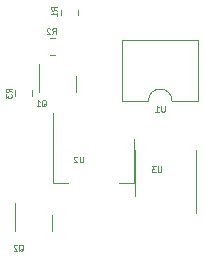
<source format=gbo>
G04 #@! TF.GenerationSoftware,KiCad,Pcbnew,(6.0.11)*
G04 #@! TF.CreationDate,2023-12-04T17:04:48+01:00*
G04 #@! TF.ProjectId,PCB_Dongle_Linky,5043425f-446f-46e6-976c-655f4c696e6b,rev?*
G04 #@! TF.SameCoordinates,Original*
G04 #@! TF.FileFunction,Legend,Bot*
G04 #@! TF.FilePolarity,Positive*
%FSLAX46Y46*%
G04 Gerber Fmt 4.6, Leading zero omitted, Abs format (unit mm)*
G04 Created by KiCad (PCBNEW (6.0.11)) date 2023-12-04 17:04:48*
%MOMM*%
%LPD*%
G01*
G04 APERTURE LIST*
%ADD10C,0.125000*%
%ADD11C,0.120000*%
G04 APERTURE END LIST*
D10*
G04 #@! TO.C,U1*
X34645952Y-115626190D02*
X34645952Y-116030952D01*
X34622142Y-116078571D01*
X34598333Y-116102380D01*
X34550714Y-116126190D01*
X34455476Y-116126190D01*
X34407857Y-116102380D01*
X34384047Y-116078571D01*
X34360238Y-116030952D01*
X34360238Y-115626190D01*
X33860238Y-116126190D02*
X34145952Y-116126190D01*
X34003095Y-116126190D02*
X34003095Y-115626190D01*
X34050714Y-115697619D01*
X34098333Y-115745238D01*
X34145952Y-115769047D01*
G04 #@! TO.C,Q2*
X22297619Y-127936309D02*
X22345238Y-127912500D01*
X22392857Y-127864880D01*
X22464285Y-127793452D01*
X22511904Y-127769642D01*
X22559523Y-127769642D01*
X22535714Y-127888690D02*
X22583333Y-127864880D01*
X22630952Y-127817261D01*
X22654761Y-127722023D01*
X22654761Y-127555357D01*
X22630952Y-127460119D01*
X22583333Y-127412500D01*
X22535714Y-127388690D01*
X22440476Y-127388690D01*
X22392857Y-127412500D01*
X22345238Y-127460119D01*
X22321428Y-127555357D01*
X22321428Y-127722023D01*
X22345238Y-127817261D01*
X22392857Y-127864880D01*
X22440476Y-127888690D01*
X22535714Y-127888690D01*
X22130952Y-127436309D02*
X22107142Y-127412500D01*
X22059523Y-127388690D01*
X21940476Y-127388690D01*
X21892857Y-127412500D01*
X21869047Y-127436309D01*
X21845238Y-127483928D01*
X21845238Y-127531547D01*
X21869047Y-127602976D01*
X22154761Y-127888690D01*
X21845238Y-127888690D01*
G04 #@! TO.C,R1*
X25541190Y-107566666D02*
X25303095Y-107400000D01*
X25541190Y-107280952D02*
X25041190Y-107280952D01*
X25041190Y-107471428D01*
X25065000Y-107519047D01*
X25088809Y-107542857D01*
X25136428Y-107566666D01*
X25207857Y-107566666D01*
X25255476Y-107542857D01*
X25279285Y-107519047D01*
X25303095Y-107471428D01*
X25303095Y-107280952D01*
X25541190Y-108042857D02*
X25541190Y-107757142D01*
X25541190Y-107900000D02*
X25041190Y-107900000D01*
X25112619Y-107852380D01*
X25160238Y-107804761D01*
X25184047Y-107757142D01*
G04 #@! TO.C,U2*
X27730952Y-119926190D02*
X27730952Y-120330952D01*
X27707142Y-120378571D01*
X27683333Y-120402380D01*
X27635714Y-120426190D01*
X27540476Y-120426190D01*
X27492857Y-120402380D01*
X27469047Y-120378571D01*
X27445238Y-120330952D01*
X27445238Y-119926190D01*
X27230952Y-119973809D02*
X27207142Y-119950000D01*
X27159523Y-119926190D01*
X27040476Y-119926190D01*
X26992857Y-119950000D01*
X26969047Y-119973809D01*
X26945238Y-120021428D01*
X26945238Y-120069047D01*
X26969047Y-120140476D01*
X27254761Y-120426190D01*
X26945238Y-120426190D01*
G04 #@! TO.C,Q1*
X24247619Y-115686309D02*
X24295238Y-115662500D01*
X24342857Y-115614880D01*
X24414285Y-115543452D01*
X24461904Y-115519642D01*
X24509523Y-115519642D01*
X24485714Y-115638690D02*
X24533333Y-115614880D01*
X24580952Y-115567261D01*
X24604761Y-115472023D01*
X24604761Y-115305357D01*
X24580952Y-115210119D01*
X24533333Y-115162500D01*
X24485714Y-115138690D01*
X24390476Y-115138690D01*
X24342857Y-115162500D01*
X24295238Y-115210119D01*
X24271428Y-115305357D01*
X24271428Y-115472023D01*
X24295238Y-115567261D01*
X24342857Y-115614880D01*
X24390476Y-115638690D01*
X24485714Y-115638690D01*
X23795238Y-115638690D02*
X24080952Y-115638690D01*
X23938095Y-115638690D02*
X23938095Y-115138690D01*
X23985714Y-115210119D01*
X24033333Y-115257738D01*
X24080952Y-115281547D01*
G04 #@! TO.C,R2*
X25133333Y-109576190D02*
X25300000Y-109338095D01*
X25419047Y-109576190D02*
X25419047Y-109076190D01*
X25228571Y-109076190D01*
X25180952Y-109100000D01*
X25157142Y-109123809D01*
X25133333Y-109171428D01*
X25133333Y-109242857D01*
X25157142Y-109290476D01*
X25180952Y-109314285D01*
X25228571Y-109338095D01*
X25419047Y-109338095D01*
X24942857Y-109123809D02*
X24919047Y-109100000D01*
X24871428Y-109076190D01*
X24752380Y-109076190D01*
X24704761Y-109100000D01*
X24680952Y-109123809D01*
X24657142Y-109171428D01*
X24657142Y-109219047D01*
X24680952Y-109290476D01*
X24966666Y-109576190D01*
X24657142Y-109576190D01*
G04 #@! TO.C,R3*
X21676190Y-114479166D02*
X21438095Y-114312500D01*
X21676190Y-114193452D02*
X21176190Y-114193452D01*
X21176190Y-114383928D01*
X21200000Y-114431547D01*
X21223809Y-114455357D01*
X21271428Y-114479166D01*
X21342857Y-114479166D01*
X21390476Y-114455357D01*
X21414285Y-114431547D01*
X21438095Y-114383928D01*
X21438095Y-114193452D01*
X21176190Y-114645833D02*
X21176190Y-114955357D01*
X21366666Y-114788690D01*
X21366666Y-114860119D01*
X21390476Y-114907738D01*
X21414285Y-114931547D01*
X21461904Y-114955357D01*
X21580952Y-114955357D01*
X21628571Y-114931547D01*
X21652380Y-114907738D01*
X21676190Y-114860119D01*
X21676190Y-114717261D01*
X21652380Y-114669642D01*
X21628571Y-114645833D01*
G04 #@! TO.C,U3*
X34365952Y-120751190D02*
X34365952Y-121155952D01*
X34342142Y-121203571D01*
X34318333Y-121227380D01*
X34270714Y-121251190D01*
X34175476Y-121251190D01*
X34127857Y-121227380D01*
X34104047Y-121203571D01*
X34080238Y-121155952D01*
X34080238Y-120751190D01*
X33889761Y-120751190D02*
X33580238Y-120751190D01*
X33746904Y-120941666D01*
X33675476Y-120941666D01*
X33627857Y-120965476D01*
X33604047Y-120989285D01*
X33580238Y-121036904D01*
X33580238Y-121155952D01*
X33604047Y-121203571D01*
X33627857Y-121227380D01*
X33675476Y-121251190D01*
X33818333Y-121251190D01*
X33865952Y-121227380D01*
X33889761Y-121203571D01*
D11*
G04 #@! TO.C,U1*
X31030000Y-110020000D02*
X37500000Y-110020000D01*
X37500000Y-115220000D02*
X35265000Y-115220000D01*
X37500000Y-110020000D02*
X37500000Y-115220000D01*
X33265000Y-115220000D02*
X31030000Y-115220000D01*
X31030000Y-115220000D02*
X31030000Y-110020000D01*
X35265000Y-115220000D02*
G75*
G03*
X33265000Y-115220000I-1000000J0D01*
G01*
G04 #@! TO.C,Q2*
X21990000Y-125550000D02*
X21990000Y-126200000D01*
X25110000Y-125550000D02*
X25110000Y-124900000D01*
X25110000Y-125550000D02*
X25110000Y-126200000D01*
X21990000Y-125550000D02*
X21990000Y-123875000D01*
G04 #@! TO.C,R1*
X27300000Y-107522936D02*
X27300000Y-107977064D01*
X25830000Y-107522936D02*
X25830000Y-107977064D01*
G04 #@! TO.C,U2*
X25190000Y-116200000D02*
X25190000Y-122210000D01*
X32010000Y-118450000D02*
X32010000Y-122210000D01*
X25190000Y-122210000D02*
X26450000Y-122210000D01*
X32010000Y-122210000D02*
X30750000Y-122210000D01*
G04 #@! TO.C,Q1*
X27110000Y-113800000D02*
X27110000Y-114450000D01*
X23990000Y-113800000D02*
X23990000Y-112125000D01*
X23990000Y-113800000D02*
X23990000Y-114450000D01*
X27110000Y-113800000D02*
X27110000Y-113150000D01*
G04 #@! TO.C,R2*
X25377064Y-111335000D02*
X24922936Y-111335000D01*
X25377064Y-109865000D02*
X24922936Y-109865000D01*
G04 #@! TO.C,R3*
X23435000Y-114335436D02*
X23435000Y-114789564D01*
X21965000Y-114335436D02*
X21965000Y-114789564D01*
G04 #@! TO.C,U3*
X37260000Y-121300000D02*
X37260000Y-119350000D01*
X37260000Y-121300000D02*
X37260000Y-124750000D01*
X32140000Y-121300000D02*
X32140000Y-123250000D01*
X32140000Y-121300000D02*
X32140000Y-119350000D01*
G04 #@! TD*
M02*

</source>
